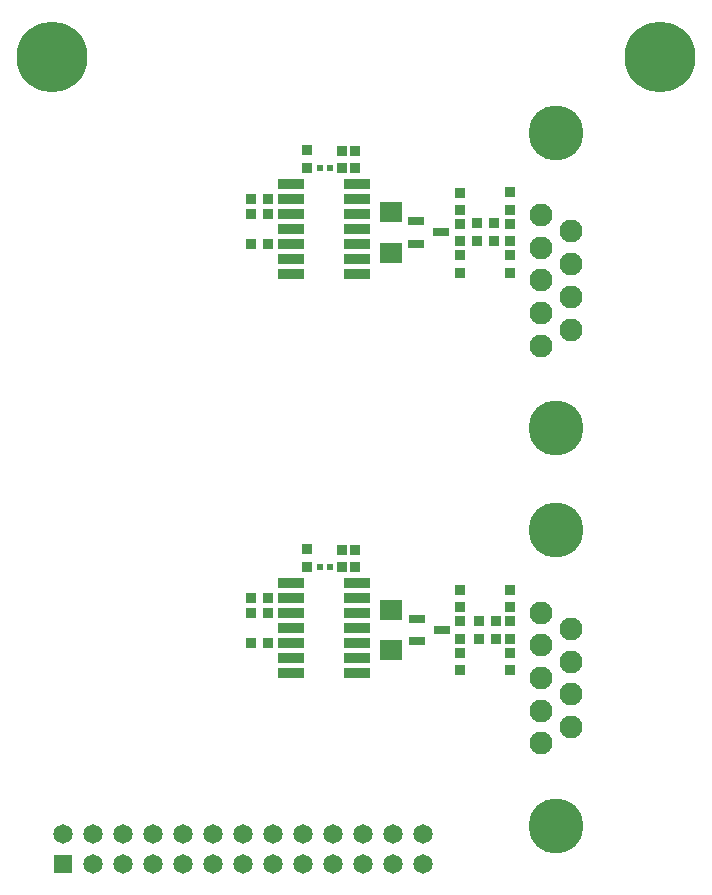
<source format=gts>
G04*
G04 #@! TF.GenerationSoftware,Altium Limited,Altium Designer,21.0.8 (223)*
G04*
G04 Layer_Color=8388736*
%FSLAX25Y25*%
%MOIN*%
G70*
G04*
G04 #@! TF.SameCoordinates,8FE4C6D1-BE16-481A-9B8C-92EB46E9F254*
G04*
G04*
G04 #@! TF.FilePolarity,Negative*
G04*
G01*
G75*
%ADD24R,0.03740X0.03543*%
%ADD25R,0.02362X0.02362*%
%ADD26R,0.03543X0.03740*%
%ADD27R,0.05709X0.02953*%
%ADD28R,0.08591X0.03191*%
%ADD29R,0.07591X0.06991*%
%ADD30C,0.06496*%
%ADD31R,0.06496X0.06496*%
%ADD32C,0.07677*%
%ADD33C,0.18307*%
%ADD34C,0.23622*%
D24*
X113500Y242500D02*
D03*
Y248209D02*
D03*
X109000Y242500D02*
D03*
Y248209D02*
D03*
X97500Y242646D02*
D03*
Y248354D02*
D03*
X165000Y223854D02*
D03*
Y218146D02*
D03*
Y228646D02*
D03*
Y234354D02*
D03*
X148500Y228500D02*
D03*
Y234209D02*
D03*
Y223854D02*
D03*
Y218146D02*
D03*
Y213354D02*
D03*
Y207646D02*
D03*
X165000Y213354D02*
D03*
Y207646D02*
D03*
X97500Y109646D02*
D03*
Y115354D02*
D03*
X113500Y109500D02*
D03*
Y115209D02*
D03*
X109000Y109500D02*
D03*
Y115209D02*
D03*
X165000Y96146D02*
D03*
Y101854D02*
D03*
Y91354D02*
D03*
Y85646D02*
D03*
Y80854D02*
D03*
Y75146D02*
D03*
X148500Y96146D02*
D03*
Y101854D02*
D03*
Y91354D02*
D03*
Y85646D02*
D03*
Y80854D02*
D03*
Y75146D02*
D03*
D25*
X105000Y242500D02*
D03*
X101850D02*
D03*
X105000Y109500D02*
D03*
X101850D02*
D03*
D26*
X84354Y232000D02*
D03*
X78646D02*
D03*
Y227000D02*
D03*
X84354D02*
D03*
X78646Y217000D02*
D03*
X84354D02*
D03*
X159854Y224000D02*
D03*
X154146D02*
D03*
X159854Y218000D02*
D03*
X154146D02*
D03*
X84354Y99000D02*
D03*
X78646D02*
D03*
Y94000D02*
D03*
X84354D02*
D03*
X78646Y84000D02*
D03*
X84354D02*
D03*
X160354Y91500D02*
D03*
X154646D02*
D03*
X160354Y85500D02*
D03*
X154646D02*
D03*
D27*
X142134Y221000D02*
D03*
X133866Y217260D02*
D03*
Y224740D02*
D03*
X133971Y92240D02*
D03*
Y84760D02*
D03*
X142239Y88500D02*
D03*
D28*
X114000Y89000D02*
D03*
X92000Y74000D02*
D03*
X114000D02*
D03*
Y79000D02*
D03*
Y84000D02*
D03*
X92000Y79000D02*
D03*
Y84000D02*
D03*
Y89000D02*
D03*
X114000Y94000D02*
D03*
Y99000D02*
D03*
Y104000D02*
D03*
X92000Y94000D02*
D03*
Y99000D02*
D03*
Y104000D02*
D03*
Y237000D02*
D03*
Y232000D02*
D03*
Y227000D02*
D03*
X114000Y237000D02*
D03*
Y232000D02*
D03*
Y227000D02*
D03*
X92000Y222000D02*
D03*
Y217000D02*
D03*
Y212000D02*
D03*
X114000Y217000D02*
D03*
Y212000D02*
D03*
Y207000D02*
D03*
X92000D02*
D03*
X114000Y222000D02*
D03*
D29*
X125500Y81800D02*
D03*
Y95200D02*
D03*
Y214300D02*
D03*
Y227700D02*
D03*
D30*
X136000Y20500D02*
D03*
Y10500D02*
D03*
X126000Y20500D02*
D03*
Y10500D02*
D03*
X116000Y20500D02*
D03*
Y10500D02*
D03*
X86000Y20500D02*
D03*
X96000D02*
D03*
X106000D02*
D03*
Y10500D02*
D03*
X96000D02*
D03*
X86000D02*
D03*
X76000Y20500D02*
D03*
Y10500D02*
D03*
X56000D02*
D03*
Y20500D02*
D03*
X36000D02*
D03*
Y10500D02*
D03*
X26000Y20500D02*
D03*
Y10500D02*
D03*
X16000Y20500D02*
D03*
X46000Y10500D02*
D03*
Y20500D02*
D03*
X66000Y10500D02*
D03*
Y20500D02*
D03*
D31*
X16000Y10500D02*
D03*
D32*
X175500Y72500D02*
D03*
Y61594D02*
D03*
Y50689D02*
D03*
Y83406D02*
D03*
Y94311D02*
D03*
X185500Y77953D02*
D03*
Y88858D02*
D03*
Y67047D02*
D03*
Y56142D02*
D03*
X175500Y205000D02*
D03*
Y194095D02*
D03*
Y183189D02*
D03*
Y215905D02*
D03*
Y226811D02*
D03*
X185500Y210453D02*
D03*
Y221358D02*
D03*
Y199547D02*
D03*
Y188642D02*
D03*
D33*
X180500Y23307D02*
D03*
Y121693D02*
D03*
Y155807D02*
D03*
Y254193D02*
D03*
D34*
X215000Y279500D02*
D03*
X12500D02*
D03*
M02*

</source>
